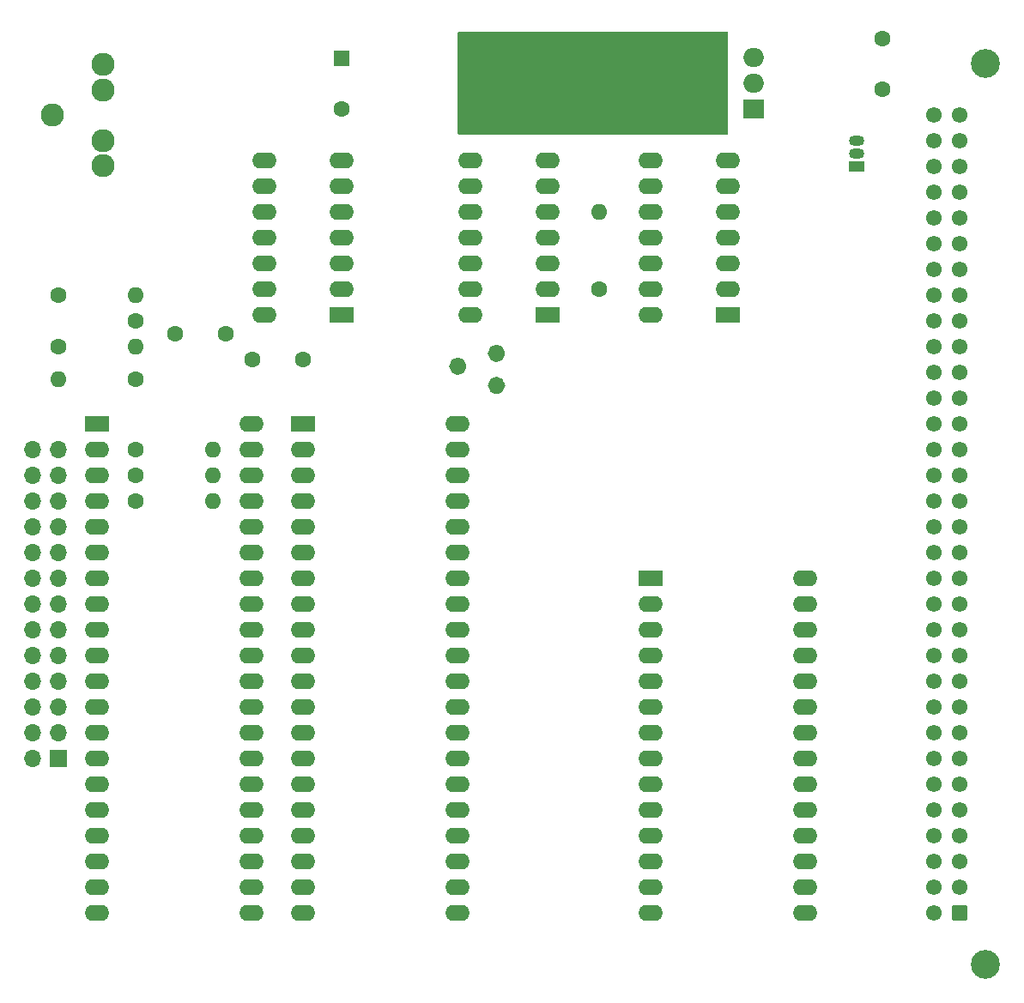
<source format=gts>
%TF.GenerationSoftware,KiCad,Pcbnew,8.0.3+1*%
%TF.CreationDate,2024-07-17T07:58:33+02:00*%
%TF.ProjectId,QL_Qsound10x10,514c5f51-736f-4756-9e64-31307831302e,0.1b*%
%TF.SameCoordinates,Original*%
%TF.FileFunction,Soldermask,Top*%
%TF.FilePolarity,Negative*%
%FSLAX46Y46*%
G04 Gerber Fmt 4.6, Leading zero omitted, Abs format (unit mm)*
G04 Created by KiCad (PCBNEW 8.0.3+1) date 2024-07-17 07:58:33*
%MOMM*%
%LPD*%
G01*
G04 APERTURE LIST*
G04 Aperture macros list*
%AMRoundRect*
0 Rectangle with rounded corners*
0 $1 Rounding radius*
0 $2 $3 $4 $5 $6 $7 $8 $9 X,Y pos of 4 corners*
0 Add a 4 corners polygon primitive as box body*
4,1,4,$2,$3,$4,$5,$6,$7,$8,$9,$2,$3,0*
0 Add four circle primitives for the rounded corners*
1,1,$1+$1,$2,$3*
1,1,$1+$1,$4,$5*
1,1,$1+$1,$6,$7*
1,1,$1+$1,$8,$9*
0 Add four rect primitives between the rounded corners*
20,1,$1+$1,$2,$3,$4,$5,0*
20,1,$1+$1,$4,$5,$6,$7,0*
20,1,$1+$1,$6,$7,$8,$9,0*
20,1,$1+$1,$8,$9,$2,$3,0*%
G04 Aperture macros list end*
%ADD10C,0.875000*%
%ADD11R,2.400000X1.600000*%
%ADD12O,2.400000X1.600000*%
%ADD13C,1.600000*%
%ADD14O,1.600000X1.600000*%
%ADD15R,1.500000X1.050000*%
%ADD16O,1.500000X1.050000*%
%ADD17R,1.700000X1.700000*%
%ADD18O,1.700000X1.700000*%
%ADD19C,2.286000*%
%ADD20O,3.500000X3.500000*%
%ADD21R,2.000000X1.905000*%
%ADD22O,2.000000X1.905000*%
%ADD23C,2.850000*%
%ADD24RoundRect,0.249999X0.525001X-0.525001X0.525001X0.525001X-0.525001X0.525001X-0.525001X-0.525001X0*%
%ADD25C,1.550000*%
%ADD26R,1.600000X1.600000*%
G04 APERTURE END LIST*
D10*
X141407500Y-78105000D02*
G75*
G02*
X140532500Y-78105000I-437500J0D01*
G01*
X140532500Y-78105000D02*
G75*
G02*
X141407500Y-78105000I437500J0D01*
G01*
X145217500Y-76835000D02*
G75*
G02*
X144342500Y-76835000I-437500J0D01*
G01*
X144342500Y-76835000D02*
G75*
G02*
X145217500Y-76835000I437500J0D01*
G01*
X145217500Y-80010000D02*
G75*
G02*
X144342500Y-80010000I-437500J0D01*
G01*
X144342500Y-80010000D02*
G75*
G02*
X145217500Y-80010000I437500J0D01*
G01*
D11*
%TO.C,U7*%
X125730000Y-83820000D03*
D12*
X125730000Y-86360000D03*
X125730000Y-88900000D03*
X125730000Y-91440000D03*
X125730000Y-93980000D03*
X125730000Y-96520000D03*
X125730000Y-99060000D03*
X125730000Y-101600000D03*
X125730000Y-104140000D03*
X125730000Y-106680000D03*
X125730000Y-109220000D03*
X125730000Y-111760000D03*
X125730000Y-114300000D03*
X125730000Y-116840000D03*
X125730000Y-119380000D03*
X125730000Y-121920000D03*
X125730000Y-124460000D03*
X125730000Y-127000000D03*
X125730000Y-129540000D03*
X125730000Y-132080000D03*
X140970000Y-132080000D03*
X140970000Y-129540000D03*
X140970000Y-127000000D03*
X140970000Y-124460000D03*
X140970000Y-121920000D03*
X140970000Y-119380000D03*
X140970000Y-116840000D03*
X140970000Y-114300000D03*
X140970000Y-111760000D03*
X140970000Y-109220000D03*
X140970000Y-106680000D03*
X140970000Y-104140000D03*
X140970000Y-101600000D03*
X140970000Y-99060000D03*
X140970000Y-96520000D03*
X140970000Y-93980000D03*
X140970000Y-91440000D03*
X140970000Y-88900000D03*
X140970000Y-86360000D03*
X140970000Y-83820000D03*
%TD*%
D13*
%TO.C,C5*%
X120690000Y-77470000D03*
X125690000Y-77470000D03*
%TD*%
%TO.C,R5*%
X109220000Y-79375000D03*
D14*
X101600000Y-79375000D03*
%TD*%
D15*
%TO.C,Q1*%
X180340000Y-58420000D03*
D16*
X180340000Y-57150000D03*
X180340000Y-55880000D03*
%TD*%
D13*
%TO.C,R4*%
X109220000Y-88900000D03*
D14*
X116840000Y-88900000D03*
%TD*%
D13*
%TO.C,R6*%
X109220000Y-86360000D03*
D14*
X116840000Y-86360000D03*
%TD*%
D11*
%TO.C,U2*%
X149860000Y-73025000D03*
D12*
X149860000Y-70485000D03*
X149860000Y-67945000D03*
X149860000Y-65405000D03*
X149860000Y-62865000D03*
X149860000Y-60325000D03*
X149860000Y-57785000D03*
X142240000Y-57785000D03*
X142240000Y-60325000D03*
X142240000Y-62865000D03*
X142240000Y-65405000D03*
X142240000Y-67945000D03*
X142240000Y-70485000D03*
X142240000Y-73025000D03*
%TD*%
D17*
%TO.C,J2*%
X101605000Y-116840000D03*
D18*
X99065000Y-116840000D03*
X101605000Y-114300000D03*
X99065000Y-114300000D03*
X101605000Y-111760000D03*
X99065000Y-111760000D03*
X101605000Y-109220000D03*
X99065000Y-109220000D03*
X101605000Y-106680000D03*
X99065000Y-106680000D03*
X101605000Y-104140000D03*
X99065000Y-104140000D03*
X101605000Y-101600000D03*
X99065000Y-101600000D03*
X101605000Y-99060000D03*
X99065000Y-99060000D03*
X101605000Y-96520000D03*
X99065000Y-96520000D03*
X101605000Y-93980000D03*
X99065000Y-93980000D03*
X101605000Y-91440000D03*
X99065000Y-91440000D03*
X101605000Y-88900000D03*
X99065000Y-88900000D03*
X101605000Y-86360000D03*
X99065000Y-86360000D03*
%TD*%
D13*
%TO.C,C3*%
X118070000Y-74930000D03*
X113070000Y-74930000D03*
%TD*%
%TO.C,J4*%
X109220000Y-73660000D03*
%TD*%
%TO.C,R7*%
X101600000Y-71120000D03*
D14*
X109220000Y-71120000D03*
%TD*%
D13*
%TO.C,R2*%
X101600000Y-76200000D03*
D14*
X109220000Y-76200000D03*
%TD*%
D13*
%TO.C,R3*%
X109220000Y-91440000D03*
D14*
X116840000Y-91440000D03*
%TD*%
D13*
%TO.C,R1*%
X154940000Y-70485000D03*
D14*
X154940000Y-62865000D03*
%TD*%
D11*
%TO.C,U5*%
X129540000Y-73025000D03*
D12*
X129540000Y-70485000D03*
X129540000Y-67945000D03*
X129540000Y-65405000D03*
X129540000Y-62865000D03*
X129540000Y-60325000D03*
X129540000Y-57785000D03*
X121920000Y-57785000D03*
X121920000Y-60325000D03*
X121920000Y-62865000D03*
X121920000Y-65405000D03*
X121920000Y-67945000D03*
X121920000Y-70485000D03*
X121920000Y-73025000D03*
%TD*%
D19*
%TO.C,J3*%
X100965000Y-53340000D03*
X105965000Y-48340000D03*
X105965000Y-50840000D03*
X105965000Y-58340000D03*
X105965000Y-55840000D03*
%TD*%
D11*
%TO.C,U3*%
X167640000Y-73025000D03*
D12*
X167640000Y-70485000D03*
X167640000Y-67945000D03*
X167640000Y-65405000D03*
X167640000Y-62865000D03*
X167640000Y-60325000D03*
X167640000Y-57785000D03*
X160020000Y-57785000D03*
X160020000Y-60325000D03*
X160020000Y-62865000D03*
X160020000Y-65405000D03*
X160020000Y-67945000D03*
X160020000Y-70485000D03*
X160020000Y-73025000D03*
%TD*%
D13*
%TO.C,C2*%
X182880000Y-50760000D03*
X182880000Y-45760000D03*
%TD*%
D20*
%TO.C,U1*%
X153520000Y-50165000D03*
D21*
X170180000Y-52705000D03*
D22*
X170180000Y-50165000D03*
X170180000Y-47625000D03*
%TD*%
D11*
%TO.C,U6*%
X105410000Y-83820000D03*
D12*
X105410000Y-86360000D03*
X105410000Y-88900000D03*
X105410000Y-91440000D03*
X105410000Y-93980000D03*
X105410000Y-96520000D03*
X105410000Y-99060000D03*
X105410000Y-101600000D03*
X105410000Y-104140000D03*
X105410000Y-106680000D03*
X105410000Y-109220000D03*
X105410000Y-111760000D03*
X105410000Y-114300000D03*
X105410000Y-116840000D03*
X105410000Y-119380000D03*
X105410000Y-121920000D03*
X105410000Y-124460000D03*
X105410000Y-127000000D03*
X105410000Y-129540000D03*
X105410000Y-132080000D03*
X120650000Y-132080000D03*
X120650000Y-129540000D03*
X120650000Y-127000000D03*
X120650000Y-124460000D03*
X120650000Y-121920000D03*
X120650000Y-119380000D03*
X120650000Y-116840000D03*
X120650000Y-114300000D03*
X120650000Y-111760000D03*
X120650000Y-109220000D03*
X120650000Y-106680000D03*
X120650000Y-104140000D03*
X120650000Y-101600000D03*
X120650000Y-99060000D03*
X120650000Y-96520000D03*
X120650000Y-93980000D03*
X120650000Y-91440000D03*
X120650000Y-88900000D03*
X120650000Y-86360000D03*
X120650000Y-83820000D03*
%TD*%
D23*
%TO.C,J1*%
X193040000Y-48260000D03*
X193040000Y-137160000D03*
D24*
X190500000Y-132080000D03*
D25*
X190500000Y-129540000D03*
X190500000Y-127000000D03*
X190500000Y-124460000D03*
X190500000Y-121920000D03*
X190500000Y-119380000D03*
X190500000Y-116840000D03*
X190500000Y-114300000D03*
X190500000Y-111760000D03*
X190500000Y-109220000D03*
X190500000Y-106680000D03*
X190500000Y-104140000D03*
X190500000Y-101600000D03*
X190500000Y-99060000D03*
X190500000Y-96520000D03*
X190500000Y-93980000D03*
X190500000Y-91440000D03*
X190500000Y-88900000D03*
X190500000Y-86360000D03*
X190500000Y-83820000D03*
X190500000Y-81280000D03*
X190500000Y-78740000D03*
X190500000Y-76200000D03*
X190500000Y-73660000D03*
X190500000Y-71120000D03*
X190500000Y-68580000D03*
X190500000Y-66040000D03*
X190500000Y-63500000D03*
X190500000Y-60960000D03*
X190500000Y-58420000D03*
X190500000Y-55880000D03*
X190500000Y-53340000D03*
X187960000Y-132080000D03*
X187960000Y-129540000D03*
X187960000Y-127000000D03*
X187960000Y-124460000D03*
X187960000Y-121920000D03*
X187960000Y-119380000D03*
X187960000Y-116840000D03*
X187960000Y-114300000D03*
X187960000Y-111760000D03*
X187960000Y-109220000D03*
X187960000Y-106680000D03*
X187960000Y-104140000D03*
X187960000Y-101600000D03*
X187960000Y-99060000D03*
X187960000Y-96520000D03*
X187960000Y-93980000D03*
X187960000Y-91440000D03*
X187960000Y-88900000D03*
X187960000Y-86360000D03*
X187960000Y-83820000D03*
X187960000Y-81280000D03*
X187960000Y-78740000D03*
X187960000Y-76200000D03*
X187960000Y-73660000D03*
X187960000Y-71120000D03*
X187960000Y-68580000D03*
X187960000Y-66040000D03*
X187960000Y-63500000D03*
X187960000Y-60960000D03*
X187960000Y-58420000D03*
X187960000Y-55880000D03*
X187960000Y-53340000D03*
%TD*%
D26*
%TO.C,C4*%
X129540000Y-47762349D03*
D13*
X129540000Y-52762349D03*
%TD*%
D11*
%TO.C,U4*%
X160020000Y-99060000D03*
D12*
X160020000Y-101600000D03*
X160020000Y-104140000D03*
X160020000Y-106680000D03*
X160020000Y-109220000D03*
X160020000Y-111760000D03*
X160020000Y-114300000D03*
X160020000Y-116840000D03*
X160020000Y-119380000D03*
X160020000Y-121920000D03*
X160020000Y-124460000D03*
X160020000Y-127000000D03*
X160020000Y-129540000D03*
X160020000Y-132080000D03*
X175260000Y-132080000D03*
X175260000Y-129540000D03*
X175260000Y-127000000D03*
X175260000Y-124460000D03*
X175260000Y-121920000D03*
X175260000Y-119380000D03*
X175260000Y-116840000D03*
X175260000Y-114300000D03*
X175260000Y-111760000D03*
X175260000Y-109220000D03*
X175260000Y-106680000D03*
X175260000Y-104140000D03*
X175260000Y-101600000D03*
X175260000Y-99060000D03*
%TD*%
G36*
X167582121Y-45105002D02*
G01*
X167628614Y-45158658D01*
X167640000Y-45211000D01*
X167640000Y-55119000D01*
X167619998Y-55187121D01*
X167566342Y-55233614D01*
X167514000Y-55245000D01*
X141096000Y-55245000D01*
X141027879Y-55224998D01*
X140981386Y-55171342D01*
X140970000Y-55119000D01*
X140970000Y-45211000D01*
X140990002Y-45142879D01*
X141043658Y-45096386D01*
X141096000Y-45085000D01*
X167514000Y-45085000D01*
X167582121Y-45105002D01*
G37*
M02*

</source>
